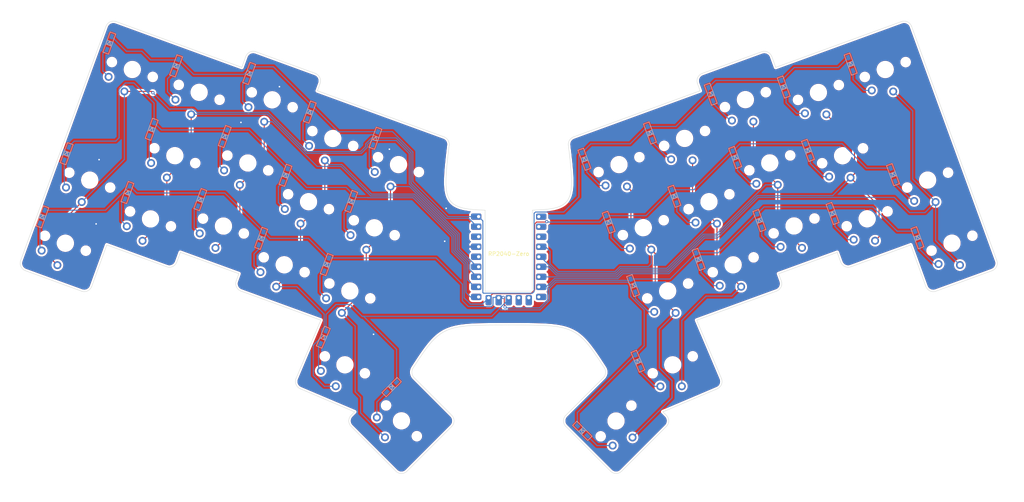
<source format=kicad_pcb>
(kicad_pcb (version 20211014) (generator pcbnew)
  (layers (0 "F.Cu" signal) (31 "B.Cu" signal) (34 "B.Paste" user) (35 "F.Paste" user) (36 "B.SilkS" user "B.Silkscreen") (37 "F.SilkS" user "F.Silkscreen") (38 "B.Mask" user) (39 "F.Mask" user) (44 "Edge.Cuts" user))
  (net 0 "")
  (net 1 "row0")
  (net 2 "Net-(D1-Pad2)")
  (net 3 "Net-(D2-Pad2)")
  (net 4 "Net-(D3-Pad2)")
  (net 5 "Net-(D4-Pad2)")
  (net 6 "Net-(D5-Pad2)")
  (net 7 "Net-(D6-Pad2)")
  (net 8 "Net-(D7-Pad2)")
  (net 9 "Net-(D8-Pad2)")
  (net 10 "Net-(D9-Pad2)")
  (net 11 "Net-(D10-Pad2)")
  (net 12 "row1")
  (net 13 "Net-(D11-Pad2)")
  (net 14 "Net-(D12-Pad2)")
  (net 15 "Net-(D13-Pad2)")
  (net 16 "Net-(D14-Pad2)")
  (net 17 "Net-(D15-Pad2)")
  (net 18 "Net-(D16-Pad2)")
  (net 19 "Net-(D17-Pad2)")
  (net 20 "Net-(D18-Pad2)")
  (net 21 "Net-(D19-Pad2)")
  (net 22 "Net-(D20-Pad2)")
  (net 23 "row2")
  (net 24 "Net-(D21-Pad2)")
  (net 25 "Net-(D22-Pad2)")
  (net 26 "Net-(D23-Pad2)")
  (net 27 "Net-(D24-Pad2)")
  (net 28 "Net-(D25-Pad2)")
  (net 29 "Net-(D26-Pad2)")
  (net 30 "Net-(D27-Pad2)")
  (net 31 "Net-(D28-Pad2)")
  (net 32 "Net-(D29-Pad2)")
  (net 33 "Net-(D30-Pad2)")
  (net 34 "row3")
  (net 35 "Net-(D31-Pad2)")
  (net 36 "Net-(D32-Pad2)")
  (net 37 "Net-(D33-Pad2)")
  (net 38 "Net-(D34-Pad2)")
  (net 39 "col0")
  (net 40 "col1")
  (net 41 "col2")
  (net 42 "col3")
  (net 43 "col4")
  (net 44 "col5")
  (net 45 "col6")
  (net 46 "col7")
  (net 47 "col8")
  (net 48 "col9")
  (net 49 "VCC")
  (net 50 "GND")
  (footprint "gu36:SW_Choc" (layer "F.Cu") (at 208.34 53.54 20)
    (fp_text reference "SW18" hide)
    (fp_text value "SW_PUSH")
  )
  (footprint "gu36:SW_Choc" (layer "F.Cu") (at 169.44 118.84 45)
    (fp_text reference "SW33" hide)
    (fp_text value "SW_PUSH")
  )
  (footprint "gu36:SW_Choc" (layer "F.Cu") (at 186.79 47.35 20)
    (fp_text reference "SW7" hide)
    (fp_text value "SW_PUSH")
  )
  (footprint "gu36:Diode_SMD" (layer "F.Cu") (at 76.61 30.91 -110)
    (fp_text reference "D3" hide)
    (fp_text value "D" hide)
  )
  (footprint "gu36:Diode_SMD" (layer "F.Cu") (at 245.69 72.49 -70)
    (fp_text reference "D30" hide)
    (fp_text value "D" hide)
  )
  (footprint "gu36:Diode_SMD" (layer "F.Cu") (at 112.67 110.28 -135)
    (fp_text reference "D32" hide)
    (fp_text value "D" hide)
  )
  (footprint "gu36:SW_Choc" (layer "F.Cu") (at 176.34 69.93 20)
    (fp_text reference "SW16" hide)
    (fp_text value "SW_PUSH")
  )
  (footprint "gu36:Diode_SMD" (layer "F.Cu") (at 41.23 23.23 -110)
    (fp_text reference "D1" hide)
    (fp_text value "D" hide)
  )
  (footprint "gu36:SW_Choc" (layer "F.Cu") (at 226.76 51.74 20)
    (fp_text reference "SW19" hide)
    (fp_text value "SW_PUSH")
  )
  (footprint "gu36:Diode_SMD" (layer "F.Cu") (at 167.57 68.56 -70)
    (fp_text reference "D16" hide)
    (fp_text value "D" hide)
  )
  (footprint "gu36:SW_Choc" (layer "F.Cu") (at 100.84 104.63 -23)
    (fp_text reference "SW31" hide)
    (fp_text value "SW_PUSH")
  )
  (footprint "gu36:SW_Choc" (layer "F.Cu") (at 63.97 35.69 -20)
    (fp_text reference "SW2" hide)
    (fp_text value "SW_PUSH")
  )
  (footprint "gu36:Diode_SMD" (layer "F.Cu") (at 45.81 61.04 -110)
    (fp_text reference "D22" hide)
    (fp_text value "D" hide)
  )
  (footprint "gu36:SW_Choc" (layer "F.Cu") (at 47.06 29.91 -20)
    (fp_text reference "SW1" hide)
    (fp_text value "SW_PUSH")
  )
  (footprint "gu36:Diode_SMD" (layer "F.Cu") (at 160.91 121.33 -45)
    (fp_text reference "D33" hide)
    (fp_text value "D" hide)
  )
  (footprint "gu36:SW_Choc" (layer "F.Cu") (at 114.4 53.98 -20)
    (fp_text reference "SW5" hide)
    (fp_text value "SW_PUSH")
  )
  (footprint "gu36:Diode_SMD" (layer "F.Cu") (at 64.26 62.83 -110)
    (fp_text reference "D23" hide)
    (fp_text value "D" hide)
  )
  (footprint "gu36:Diode_SMD" (layer "F.Cu") (at 96.24 79.26 -110)
    (fp_text reference "D25" hide)
    (fp_text value "D" hide)
  )
  (footprint "gu36:SW_Choc" (layer "F.Cu") (at 214.481691 69.491111 20)
    (fp_text reference "SW28" hide)
    (fp_text value "SW_PUSH")
  )
  (footprint "gu36:SW_Choc" (layer "F.Cu") (at 199.08 79.33 20)
    (fp_text reference "SW27" hide)
    (fp_text value "SW_PUSH")
  )
  (footprint "gu36:Diode_SMD" (layer "F.Cu") (at 51.96 45.04 -110)
    (fp_text reference "D12" hide)
    (fp_text value "D" hide)
  )
  (footprint "gu36:SW_Choc" (layer "F.Cu") (at 30.12 73.87 -20)
    (fp_text reference "SW21" hide)
    (fp_text value "SW_PUSH")
  )
  (footprint "gu36:Diode_SMD" (layer "F.Cu") (at 218 50.38 -70)
    (fp_text reference "D19" hide)
    (fp_text value "D" hide)
  )
  (footprint "gu36:Diode_SMD" (layer "F.Cu") (at 174.97 103.73 -67)
    (fp_text reference "D34" hide)
    (fp_text value "D" hide)
  )
  (footprint "gu36:SW_Choc" (layer "F.Cu") (at 102.09 85.94 -20)
    (fp_text reference "SW25" hide)
    (fp_text value "SW_PUSH")
  )
  (footprint "gu36:Diode_SMD" (layer "F.Cu") (at 24.29 67.19 -110)
    (fp_text reference "D21" hide)
    (fp_text value "D" hide)
  )
  (footprint "gu36:Diode_SMD" (layer "F.Cu") (at 239.51 56.53 -70)
    (fp_text reference "D20" hide)
    (fp_text value "D" hide)
  )
  (footprint "gu36:Diode_SMD" (layer "F.Cu") (at 85.8 56.68 -110)
    (fp_text reference "D14" hide)
    (fp_text value "D" hide)
  )
  (footprint "gu36:Diode_SMD" (layer "F.Cu") (at 190.33 77.96 -70)
    (fp_text reference "D27" hide)
    (fp_text value "D" hide)
  )
  (footprint "gu36:Diode_SMD" (layer "F.Cu") (at 79.65 72.64 -110)
    (fp_text reference "D24" hide)
    (fp_text value "D" hide)
  )
  (footprint "gu36:Diode_SMD" (layer "F.Cu") (at 108.56 47.31 -110)
    (fp_text reference "D5" hide)
    (fp_text value "D" hide)
  )
  (footprint "gu36:Diode_SMD" (layer "F.Cu") (at 205.71 68.13 -70)
    (fp_text reference "D28" hide)
    (fp_text value "D" hide)
  )
  (footprint "gu36:SW_Choc" (layer "F.Cu") (at 115.15 118.8 -45)
    (fp_text reference "SW32" hide)
    (fp_text value "SW_PUSH")
  )
  (footprint "gu36:SW_Choc" (layer "F.Cu") (at 36.28 57.9 -20)
    (fp_text reference "SW11" hide)
    (fp_text value "SW_PUSH")
  )
  (footprint "gu36:Diode_SMD" (layer "F.Cu") (at 58.13 29 -110)
    (fp_text reference "De" hide)
    (fp_text value "D" hide)
  )
  (footprint "gu36:Diode_SMD" (layer "F.Cu") (at 161.43 52.63 -70)
    (fp_text reference "D6" hide)
    (fp_text value "D" hide)
  )
  (footprint "gu36:Diode_SMD" (layer "F.Cu") (at 30.45 51.21 -110)
    (fp_text reference "D11" hide)
    (fp_text value "D" hide)
  )
  (footprint "gu36:SW_Choc" (layer "F.Cu") (at 91.64 63.36 -20)
    (fp_text reference "SW14" hide)
    (fp_text value "SW_PUSH")
  )
  (footprint "gu36:SW_Choc" (layer "F.Cu") (at 82.45 37.58 -20)
    (fp_text reference "SW3" hide)
    (fp_text value "SW_PUSH")
  )
  (footprint "gu36:Diode_SMD" (layer "F.Cu") (at 173.75 84.59 -70)
    (fp_text reference "D26" hide)
    (fp_text value "D" hide)
  )
  (footprint "gu36:SW_Choc" (layer "F.Cu") (at 57.811328 51.714755 -20)
    (fp_text reference "SW12" hide)
    (fp_text value "SW_PUSH")
  )
  (footprint "gu36:Diode_SMD" (layer "F.Cu") (at 70.44 46.87 -110)
    (fp_text reference "D13" hide)
    (fp_text value "D" hide)
  )
  (footprint "gu36:Diode_SMD" (layer "F.Cu") (at 193.4 36.16 -70)
    (fp_text reference "D8" hide)
    (fp_text value "D" hide)
  )
  (footprint "gu36:SW_Choc" (layer "F.Cu") (at 220.64 35.73 20)
    (fp_text reference "SW9" hide)
    (fp_text value "SW_PUSH")
  )
  (footprint "gu36:SW_Choc" (layer "F.Cu") (at 248.28 57.89 20)
    (fp_text reference "SW20" hide)
    (fp_text value "SW_PUSH")
  )
  (footprint "gu36:SW_Choc" (layer "F.Cu") (at 108.27 69.96 -20)
    (fp_text reference "SW15" hide)
    (fp_text value "SW_PUSH")
  )
  (footprint "gu36:Diode_SMD" (layer "F.Cu") (at 184.2 61.99 -70)
    (fp_text reference "D17" hide)
    (fp_text value "D" hide)
  )
  (footprint "gu36:RP2040-Zero" (layer "F.Cu") (at 132.125 89.995)
    (fp_text reference "RZ1")
    (fp_text value "RP2040-Zero")
  )
  (footprint "gu36:SW_Choc" (layer "F.Cu") (at 183.78 104.63 23)
    (fp_text reference "SW34" hide)
    (fp_text value "SW_PUSH")
  )
  (footprint "gu36:SW_Choc" (layer "F.Cu") (at 51.66 67.71 -20)
    (fp_text reference "SW22" hide)
    (fp_text value "SW_PUSH")
  )
  (footprint "gu36:SW_Choc" (layer "F.Cu") (at 202.17 37.54 20)
    (fp_text reference "SW8" hide)
    (fp_text value "SW_PUSH")
  )
  (footprint "gu36:SW_Choc" (layer "F.Cu") (at 97.781328 47.374755 -20)
    (fp_text reference "SW4" hide)
    (fp_text value "SW_PUSH")
  )
  (footprint "gu36:Diode_SMD" (layer "F.Cu") (at 211.86 34.35 -70)
    (fp_text reference "D9" hide)
    (fp_text value "D" hide)
  )
  (footprint "gu36:Diode_SMD" (layer "F.Cu") (at 91.94 40.69 -110)
    (fp_text reference "D4" hide)
    (fp_text value "D" hide)
  )
  (footprint "gu36:SW_Choc" (layer "F.Cu") (at 254.44 73.85 20)
    (fp_text reference "SW30" hide)
    (fp_text value "SW_PUSH")
  )
  (footprint "gu36:Diode_SMD" (layer "F.Cu") (at 178.02 45.99 -70)
    (fp_text reference "D7" hide)
    (fp_text value "D" hide)
  )
  (footprint "gu36:SW_Choc" (layer "F.Cu") (at 76.281328 53.564755 -20)
    (fp_text reference "SW13" hide)
    (fp_text value "SW_PUSH")
  )
  (footprint "gu36:SW_Choc" (layer "F.Cu") (at 85.48 79.32 -20)
    (fp_text reference "SW24" hide)
    (fp_text value "SW_PUSH")
  )
  (footprint "gu36:Diode_SMD" (layer "F.Cu") (at 224.22 66.34 -70)
    (fp_text reference "D29" hide)
    (fp_text value "D" hide)
  )
  (footprint "gu36:Diode_SMD" (layer "F.Cu") (at 199.58 52.18 -70)
    (fp_text reference "D18" hide)
    (fp_text value "D" hide)
  )
  (footprint "gu36:SW_Choc" (layer "F.Cu") (at 237.55 29.92 20)
    (fp_text reference "SW10" hide)
    (fp_text value "SW_PUSH")
  )
  (footprint "gu36:Diode_SMD" (layer "F.Cu") (at 95.37 97.65 -113)
    (fp_text reference "D31" hide)
    (fp_text value "D" hide)
  )
  (footprint "gu36:Diode_SMD" (layer "F.Cu") (at 228.8 28.55 -70)
    (fp_text reference "D10" hide)
    (fp_text value "D" hide)
  )
  (footprint "gu36:SW_Choc" (layer "F.Cu") (at 192.96 63.36 20)
    (fp_text reference "SW17" hide)
    (fp_text value "SW_PUSH")
  )
  (footprint "gu36:SW_Choc" (layer "F.Cu") (at 70.11 69.52 -20)
    (fp_text reference "SW23" hide)
    (fp_text value "SW_PUSH")
  )
  (footprint "gu36:SW_Choc" (layer "F.Cu") (at 182.51 85.95 20)
    (fp_text reference "SW26" hide)
    (fp_text value "SW_PUSH")
  )
  (footprint "gu36:Diode_SMD" (layer "F.Cu") (at 102.44 63.29 -110)
    (fp_text reference "D15" hide)
    (fp_text value "D" hide)
  )
  (footprint "gu36:SW_Choc" (layer "F.Cu") (at 232.97 67.69 20)
    (fp_text reference "SW29" hide)
    (fp_text value "SW_PUSH")
  )
  (footprint "gu36:SW_Choc" (layer "F.Cu") (at 170.19 53.98 20)
    (fp_text reference "SW6" hide)
    (fp_text value "SW_PUSH")
  )
  (gr_line (start 210.582773 81.577077) (end 211.252397 83.416855) (layer "Edge.Cuts") (width 0.1))
  (gr_arc (start 89.554561 110.697548) (mid 88.481656 109.605751) (end 88.495014 108.075076) (layer "Edge.Cuts") (width 0.1))
  (gr_line (start 95.346573 113.156111) (end 103.289125 116.527525) (layer "Edge.Cuts") (width 0.1))
  (gr_arc (start 75.759393 26.624187) (mid 76.793542 25.495612) (end 78.322819 25.428843) (layer "Edge.Cuts") (width 0.1))
  (gr_arc (start 40.391368 18.989196) (mid 41.425517 17.860621) (end 42.954794 17.793851) (layer "Edge.Cuts") (width 0.1))
  (gr_curve (pts (xy 166.485012 105.404977) (xy 159.448642 94.544445) (xy 158.81233 94.544445) (xy 142.30106 94.544445)) (layer "Edge.Cuts") (width 0.1))
  (gr_line (start 241.647326 17.793851) (end 209.84212 29.37) (layer "Edge.Cuts") (width 0.1))
  (gr_line (start 148.30106 86.044445) (end 142.30106 86.044445) (layer "Edge.Cuts") (width 0.1))
  (gr_line (start 36.782901 84.795311) (end 40.599548 74.309162) (layer "Edge.Cuts") (width 0.1))
  (gr_line (start 78.322819 25.428843) (end 93.357901 30.901165) (layer "Edge.Cuts") (width 0.1))
  (gr_line (start 244.002572 74.309162) (end 228.850905 79.823917) (layer "Edge.Cuts") (width 0.1))
  (gr_curve (pts (xy 127.212923 49.078253) (xy 125.517146 63.260598) (xy 125.6502 65.227677) (xy 136.30106 65.50051)) (layer "Edge.Cuts") (width 0.1))
  (gr_arc (start 211.252397 83.416855) (mid 211.185657 84.946153) (end 210.057053 85.98028) (layer "Edge.Cuts") (width 0.1))
  (gr_line (start 136.30106 65.544445) (end 136.30106 65.50051) (layer "Edge.Cuts") (width 0.1))
  (gr_arc (start 170.870642 131.541016) (mid 169.456429 132.126802) (end 168.042215 131.541016) (layer "Edge.Cuts") (width 0.1))
  (gr_arc (start 116.559905 131.541016) (mid 115.145691 132.126802) (end 113.731478 131.541016) (layer "Edge.Cuts") (width 0.1))
  (gr_line (start 195.047559 110.697548) (end 189.255547 113.156111) (layer "Edge.Cuts") (width 0.1))
  (gr_line (start 74.019347 81.577077) (end 73.349723 83.416855) (layer "Edge.Cuts") (width 0.1))
  (gr_line (start 148.30106 65.544445) (end 148.30106 86.044445) (layer "Edge.Cuts") (width 0.1))
  (gr_line (start 89.554561 110.697548) (end 95.346573 113.156111) (layer "Edge.Cuts") (width 0.1))
  (gr_line (start 40.391368 18.989196) (end 18.81958 78.257197) (layer "Edge.Cuts") (width 0.1))
  (gr_line (start 94.553246 33.46459) (end 93.883621 35.304368) (layer "Edge.Cuts") (width 0.1))
  (gr_line (start 189.85029 93.33494) (end 196.107106 108.075076) (layer "Edge.Cuts") (width 0.1))
  (gr_arc (start 118.381403 107.90667) (mid 117.806685 106.70258) (end 118.117108 105.404977) (layer "Edge.Cuts") (width 0.1))
  (gr_arc (start 250.382644 85.990656) (mid 248.853339 85.923911) (end 247.819219 84.795311) (layer "Edge.Cuts") (width 0.1))
  (gr_line (start 264.587195 80.820622) (end 250.382644 85.990656) (layer "Edge.Cuts") (width 0.1))
  (gr_line (start 93.883621 35.304368) (end 125.911108 46.96142) (layer "Edge.Cuts") (width 0.1))
  (gr_line (start 206.279301 25.428843) (end 191.244219 30.901165) (layer "Edge.Cuts") (width 0.1))
  (gr_line (start 136.30106 86.044445) (end 142.30106 86.044445) (layer "Edge.Cuts") (width 0.1))
  (gr_line (start 103.289125 116.527525) (end 102.417769 117.39888) (layer "Edge.Cuts") (width 0.1))
  (gr_line (start 20.014925 80.820622) (end 34.219476 85.990656) (layer "Edge.Cuts") (width 0.1))
  (gr_arc (start 190.048874 33.46459) (mid 190.115641 31.93531) (end 191.244219 30.901165) (layer "Edge.Cuts") (width 0.1))
  (gr_line (start 182.184351 120.227307) (end 170.870642 131.541016) (layer "Edge.Cuts") (width 0.1))
  (gr_line (start 156.728507 117.39888) (end 166.220717 107.90667) (layer "Edge.Cuts") (width 0.1))
  (gr_line (start 94.75183 93.33494) (end 88.495014 108.075076) (layer "Edge.Cuts") (width 0.1))
  (gr_line (start 168.042215 131.541016) (end 156.728507 120.227307) (layer "Edge.Cuts") (width 0.1))
  (gr_line (start 210.057053 85.98028) (end 189.85029 93.33494) (layer "Edge.Cuts") (width 0.1))
  (gr_line (start 148.30106 65.544445) (end 148.30106 65.50051) (layer "Edge.Cuts") (width 0.1))
  (gr_line (start 189.255547 113.156111) (end 181.312995 116.527525) (layer "Edge.Cuts") (width 0.1))
  (gr_arc (start 93.357901 30.901165) (mid 94.486476 31.935314) (end 94.553246 33.46459) (layer "Edge.Cuts") (width 0.1))
  (gr_arc (start 182.184351 117.39888) (mid 182.770139 118.813094) (end 182.184351 120.227307) (layer "Edge.Cuts") (width 0.1))
  (gr_line (start 181.312995 116.527525) (end 182.184351 117.39888) (layer "Edge.Cuts") (width 0.1))
  (gr_line (start 190.048874 33.46459) (end 190.718499 35.304368) (layer "Edge.Cuts") (width 0.1))
  (gr_arc (start 20.014925 80.820622) (mid 18.88635 79.786474) (end 18.81958 78.257197) (layer "Edge.Cuts") (width 0.1))
  (gr_line (start 42.954794 17.793851) (end 74.76 29.37) (layer "Edge.Cuts") (width 0.1))
  (gr_line (start 247.819219 84.795311) (end 244.002572 74.309162) (layer "Edge.Cuts") (width 0.1))
  (gr_line (start 209.84212 29.37) (end 208.842727 26.624187) (layer "Edge.Cuts") (width 0.1))
  (gr_line (start 226.28748 78.628572) (end 225.398009 76.184772) (layer "Edge.Cuts") (width 0.1))
  (gr_line (start 116.559905 131.541016) (end 127.873613 120.227307) (layer "Edge.Cuts") (width 0.1))
  (gr_line (start 59.204111 76.184772) (end 74.019347 81.577077) (layer "Edge.Cuts") (width 0.1))
  (gr_arc (start 206.279301 25.428843) (mid 207.80859 25.495602) (end 208.842727 26.624187) (layer "Edge.Cuts") (width 0.1))
  (gr_arc (start 241.647326 17.793851) (mid 243.1766 17.860625) (end 244.210752 18.989196) (layer "Edge.Cuts") (width 0.1))
  (gr_line (start 40.599548 74.309162) (end 55.751215 79.823917) (layer "Edge.Cuts") (width 0.1))
  (gr_line (start 225.398009 76.184772) (end 210.582773 81.577077) (layer "Edge.Cuts") (width 0.1))
  (gr_arc (start 36.782901 84.795311) (mid 35.748753 85.923886) (end 34.219476 85.990656) (layer "Edge.Cuts") (width 0.1))
  (gr_line (start 136.30106 65.544445) (end 136.30106 86.044445) (layer "Edge.Cuts") (width 0.1))
  (gr_curve (pts (xy 157.389197 49.078253) (xy 159.084974 63.260598) (xy 158.95192 65.227677) (xy 148.30106 65.50051)) (layer "Edge.Cuts") (width 0.1))
  (gr_line (start 244.210752 18.989196) (end 265.78254 78.257197) (layer "Edge.Cuts") (width 0.1))
  (gr_line (start 127.873613 117.39888) (end 118.381403 107.90667) (layer "Edge.Cuts") (width 0.1))
  (gr_arc (start 127.873613 117.39888) (mid 128.459401 118.813094) (end 127.873613 120.227307) (layer "Edge.Cuts") (width 0.1))
  (gr_arc (start 265.78254 78.257197) (mid 265.715775 79.786477) (end 264.587195 80.820622) (layer "Edge.Cuts") (width 0.1))
  (gr_arc (start 157.389197 49.078253) (mid 157.671447 47.793126) (end 158.691012 46.96142) (layer "Edge.Cuts") (width 0.1))
  (gr_line (start 74.76 29.37) (end 75.759393 26.624187) (layer "Edge.Cuts") (width 0.1))
  (gr_arc (start 196.107106 108.075076) (mid 196.120466 109.605758) (end 195.047559 110.697548) (layer "Edge.Cuts") (width 0.1))
  (gr_arc (start 156.728507 120.227307) (mid 156.142722 118.813094) (end 156.728507 117.39888) (layer "Edge.Cuts") (width 0.1))
  (gr_arc (start 166.485012 105.404977) (mid 166.795422 106.702577) (end 166.220717 107.90667) (layer "Edge.Cuts") (width 0.1))
  (gr_curve (pts (xy 118.117108 105.404977) (xy 125.153478 94.544445) (xy 125.78979 94.544445) (xy 142.30106 94.544445)) (layer "Edge.Cuts") (width 0.1))
  (gr_arc (start 102.417769 120.227307) (mid 101.831983 118.813094) (end 102.417769 117.39888) (layer "Edge.Cuts") (width 0.1))
  (gr_arc (start 58.31464 78.628572) (mid 57.280492 79.757148) (end 55.751215 79.823917) (layer "Edge.Cuts") (width 0.1))
  (gr_line (start 58.31464 78.628572) (end 59.204111 76.184772) (layer "Edge.Cuts") (width 0.1))
  (gr_arc (start 125.911108 46.96142) (mid 126.930691 47.793107) (end 127.212923 49.078253) (layer "Edge.Cuts") (width 0.1))
  (gr_line (start 190.718499 35.304368) (end 158.691012 46.96142) (layer "Edge.Cuts") (width 0.1))
  (gr_line (start 102.417769 120.227307) (end 113.731478 131.541016) (layer "Edge.Cuts") (width 0.1))
  (gr_arc (start 228.850905 79.823917) (mid 227.321627 79.75715) (end 226.28748 78.628572) (layer "Edge.Cuts") (width 0.1))
  (gr_line (start 74.545067 85.98028) (end 94.75183 93.33494) (layer "Edge.Cuts") (width 0.1))
  (gr_arc (start 74.545067 85.98028) (mid 73.416492 84.946131) (end 73.349723 83.416855) (layer "Edge.Cuts") (width 0.1))
  (segment (start 184.597954 44.322046) (end 192.792914 36.127086) (width 0.25) (layer "B.Cu") (net 1))
  (segment (start 160.822914 50.962046) (end 163.07496 48.71) (width 0.25) (layer "B.Cu") (net 1))
  (segment (start 192.792914 34.492046) (end 194.602914 32.682046) (width 0.25) (layer "B.Cu") (net 1))
  (segment (start 112.872046 45.642046) (end 109.167086 45.642046) (width 0.25) (layer "B.Cu") (net 1))
  (segment (start 49.49 25.3) (end 51.68 27.49) (width 0.25) (layer "B.Cu") (net 1))
  (segment (start 211.252914 32.682046) (end 214.51496 29.42) (width 0.25) (layer "B.Cu") (net 1))
  (segment (start 160.05 62.14) (end 160.05 51.73496) (width 0.25) (layer "B.Cu") (net 1))
  (segment (start 194.602914 32.682046) (end 211.252914 32.682046) (width 0.25) (layer "B.Cu") (net 1))
  (segment (start 82.767086 29.242046) (end 92.547086 39.022046) (width 0.25) (layer "B.Cu") (net 1))
  (segment (start 214.51496 29.42) (end 225.65496 29.42) (width 0.25) (layer "B.Cu") (net 1))
  (segment (start 58.737086 27.332046) (end 62.55504 31.15) (width 0.25) (layer "B.Cu") (net 1))
  (segment (start 177.412914 44.322046) (end 184.597954 44.322046) (width 0.25) (layer "B.Cu") (net 1))
  (segment (start 99.167086 45.642046) (end 109.167086 45.642046) (width 0.25) (layer "B.Cu") (net 1))
  (segment (start 163.07496 48.71) (end 173.02496 48.71) (width 0.25) (layer "B.Cu") (net 1))
  (segment (start 135.74 68.21) (end 135.74 86.36) (width 0.25) (layer "B.Cu") (net 1))
  (segment (start 160.05 51.73496) (end 160.822914 50.962046) (width 0.25) (layer "B.Cu") (net 1))
  (segment (start 92.547086 39.022046) (end 99.167086 45.642046) (width 0.25) (layer "B.Cu") (net 1))
  (segment (start 118.03 58.26) (end 118.03 50.8) (width 0.25) (layer "B.Cu") (net 1))
  (segment (start 192.792914 36.127086) (end 192.792914 34.492046) (width 0.25) (layer "B.Cu") (net 1))
  (segment (start 51.68 27.49) (end 58.17 27.49) (width 0.25) (layer "B.Cu") (net 1))
  (segment (start 41.837086 21.562046) (end 45.57504 25.3) (width 0.25) (layer "B.Cu") (net 1))
  (segment (start 148.72 66.3) (end 149.04 65.98) (width 0.25) (layer "B.Cu") (net 1))
  (segment (start 135.74 86.36) (end 135.9 86.52) (width 0.25) (layer "B.Cu") (net 1))
  (segment (start 77.217086 29.242046) (end 82.767086 29.242046) (width 0.25) (layer "B.Cu") (net 1))
  (segment (start 149.04 65.98) (end 156.21 65.98) (width 0.25) (layer "B.Cu") (net 1))
  (segment (start 126.905 67.135) (end 118.03 58.26) (width 0.25) (layer "B.Cu") (net 1))
  (segment (start 45.57504 25.3) (end 49.49 25.3) (width 0.25) (layer "B.Cu") (net 1))
  (segment (start 118.03 50.8) (end 112.872046 45.642046) (width 0.25) (layer "B.Cu") (net 1))
  (segment (start 62.55504 31.15) (end 75.309132 31.15) (width 0.25) (layer "B.Cu") (net 1))
  (segment (start 148.31 86.52) (end 148.72 86.11) (width 0.25) (layer "B.Cu") (net 1))
  (segment (start 134.665 67.135) (end 135.74 68.21) (width 0.25) (layer "B.Cu") (net 1))
  (segment (start 134.665 67.135) (end 126.905 67.135) (width 0.25) (layer "B.Cu") (net 1))
  (segment (start 75.309132 31.15) (end 77.217086 29.242046) (width 0.25) (layer "B.Cu") (net 1))
  (segment (start 148.72 86.11) (end 148.72 66.3) (width 0.25) (layer "B.Cu") (net 1))
  (segment (start 225.65496 29.42) (end 228.192914 26.882046) (width 0.25) (layer "B.Cu") (net 1))
  (segment (start 135.9 86.52) (end 148.31 86.52) (width 0.25) (layer "B.Cu") (net 1))
  (segment (start 156.21 65.98) (end 160.05 62.14) (width 0.25) (layer "B.Cu") (net 1))
  (segment (start 173.02496 48.71) (end 177.412914 44.322046) (width 0.25) (layer "B.Cu") (net 1))
  (segment (start 39.6 25.920868) (end 39.6 30.308871) (width 0.25) (layer "B.Cu") (net 2))
  (segment (start 40.622914 24.897954) (end 39.6 25.920868) (width 0.25) (layer "B.Cu") (net 2))
  (segment (start 39.6 30.308871) (end 41.06186 31.770731) (width 0.25) (layer "B.Cu") (net 2))
  (segment (start 57.522914 30.667954) (end 55.96 32.230868) (width 0.25) (layer "B.Cu") (net 3))
  (segment (start 55.96 35.538871) (end 57.97186 37.550731) (width 0.25) (layer "B.Cu") (net 3))
  (segment (start 55.96 32.230868) (end 55.96 35.538871) (width 0.25) (layer "B.Cu") (net 3))
  (segment (start 74.99 37.978871) (end 76.45186 39.440731) (width 0.25) (layer "B.Cu") (net 4))
  (segment (start 74.99 33.590868) (end 74.99 37.978871) (width 0.25) (layer "B.Cu") (net 4))
  (segment (start 76.002914 32.577954) (end 74.99 33.590868) (width 0.25) (layer "B.Cu") (net 4))
  (segment (start 90.25 43.440868) (end 90.25 47.702298) (width 0.25) (layer "B.Cu") (net 5))
  (segment (start 90.25 47.702298) (end 91.783188 49.235486) (width 0.25) (layer "B.Cu") (net 5))
  (segment (start 91.332914 42.357954) (end 90.25 43.440868) (width 0.25) (layer "B.Cu") (net 5))
  (segment (start 107.01 49.920868) (end 107.01 54.448871) (width 0.25) (layer "B.Cu") (net 6))
  (segment (start 107.01 54.448871) (end 108.40186 55.840731) (width 0.25) (layer "B.Cu") (net 6))
  (segment (start 107.952914 48.977954) (end 107.01 49.920868) (width 0.25) (layer "B.Cu") (net 6))
  (segment (start 166.791213 59.260933) (end 165.377 59.260933) (width 0.25) (layer "B.Cu") (net 7))
  (segment (start 165.377 59.260933) (end 162.037086 55.921019) (width 0.25) (layer "B.Cu") (net 7))
  (segment (start 162.037086 55.921019) (end 162.037086 54.297954) (width 0.25) (layer "B.Cu") (net 7))
  (segment (start 178.627086 48.34967) (end 182.908349 52.630933) (width 0.25) (layer "B.Cu") (net 8))
  (segment (start 182.908349 52.630933) (end 183.391213 52.630933) (width 0.25) (layer "B.Cu") (net 8))
  (segment (start 178.627086 47.657954) (end 178.627086 48.34967) (width 0.25) (layer "B.Cu") (net 8))
  (segment (start 194.007086 38.51967) (end 198.308349 42.820933) (width 0.25) (layer "B.Cu") (net 9))
  (segment (start 194.007086 37.827954) (end 194.007086 38.51967) (width 0.25) (layer "B.Cu") (net 9))
  (segment (start 198.308349 42.820933) (end 198.771213 42.820933) (width 0.25) (layer "B.Cu") (net 9))
  (segment (start 212.467086 38.317086) (end 215.160933 41.010933) (width 0.25) (layer "B.Cu") (net 10))
  (segment (start 212.467086 36.017954) (end 212.467086 38.317086) (width 0.25) (layer "B.Cu") (net 10))
  (segment (start 215.160933 41.010933) (end 217.241213 41.010933) (width 0.25) (layer "B.Cu") (net 10))
  (segment (start 229.407086 30.217954) (end 229.407086 32.467086) (width 0.25) (layer "B.Cu") (net 11))
  (segment (start 232.140933 35.200933) (end 234.151213 35.200933) (width 0.25) (layer "B.Cu") (net 11))
  (segment (start 229.407086 32.467086) (end 232.140933 35.200933) (width 0.25) (layer "B.Cu") (net 11))
  (segment (start 151.782037 68.52) (end 149.334695 68.52) (width 0.25) (layer "F.Cu") (net 12))
  (segment (start 148.86 68.994695) (end 148.86 85.662282) (width 0.25) (layer "F.Cu") (net 12))
  (segment (start 151.897037 68.405) (end 151.782037 68.52) (width 0.25) (layer "F.Cu") (net 12))
  (segment (start 148.86 85.662282) (end 147.882282 86.64) (width 0.25) (layer "F.Cu") (net 12))
  (segment (start 138.23 86.64) (end 137.205 87.665) (width 0.25) (layer "F.Cu") (net 12))
  (segment (start 147.882282 86.64) (end 138.23 86.64) (width 0.25) (layer "F.Cu") (net 12))
  (segment (start 149.334695 68.52) (end 148.86 68.994695) (width 0.25) (layer "F.Cu") (net 12))
  (via (at 151.897037 68.405) (size 0.8) (drill 0.4) (layers "F.Cu" "B.Cu") (net 12))
  (segment (start 127.95 72.22198) (end 118.07802 62.35) (width 0.25) (layer "B.Cu") (net 12))
  (segment (start 86.407086 55.012046) (end 91.15504 59.76) (width 0.25) (layer "B.Cu") (net 12))
  (segment (start 32.36 48.04) (end 42.85 48.04) (width 0.25) (layer "B.Cu") (net 12))
  (segment (start 47.46 33.32) (end 52.567086 38.427086) (width 0.25) (layer "B.Cu") (net 12))
  (segment (start 31.057086 49.342914) (end 32.36 48.04) (width 0.25) (layer "B.Cu") (net 12))
  (segment (start 54.397086 45.202046) (end 71.047086 45.202046) (width 0.25) (layer "B.Cu") (net 12))
  (segment (start 91.15504 59.76) (end 101.17 59.76) (width 0.25) (layer "B.Cu") (net 12))
  (segment (start 103.032046 61.622046) (end 103.047086 61.622046) (width 0.25) (layer "B.Cu") (net 12))
  (segment (start 71.047086 45.202046) (end 76.597086 45.202046) (width 0.25) (layer "B.Cu") (net 12))
  (segment (start 232.816541 54.862046) (end 226.666541 48.712046) (width 0.25) (layer "B.Cu") (net 12))
  (segment (start 177.022914 66.892046) (end 166.962914 66.892046) (width 0.25) (layer "B.Cu") (net 12))
  (segment (start 43.717081 47.172919) (end 43.717081 34.905353) (width 0.25) (layer "B.Cu") (net 12))
  (segment (start 238.902914 54.862046) (end 232.816541 54.862046) (width 0.25) (layer "B.Cu") (net 12))
  (segment (start 45.302434 33.32) (end 47.46 33.32) (width 0.25) (layer "B.Cu") (net 12))
  (segment (start 165.33496 68.52) (end 166.962914 66.892046) (width 0.25) (layer "B.Cu") (net 12))
  (segment (start 226.666541 48.712046) (end 217.392914 48.712046) (width 0.25) (layer "B.Cu") (net 12))
  (segment (start 52.567086 43.372046) (end 54.397086 45.202046) (width 0.25) (layer "B.Cu") (net 12))
  (segment (start 132.63 89.28) (end 131.02 87.67) (width 0.25) (layer "B.Cu") (net 12))
  (segment (start 101.17 59.76) (end 103.032046 61.622046) (width 0.25) (layer "B.Cu") (net 12))
  (segment (start 137.205 87.665) (end 135.59 89.28) (width 0.25) (layer "B.Cu") (net 12))
  (segment (start 103.74504 62.32) (end 103.047086 61.622046) (width 0.25) (layer "B.Cu") (net 12))
  (segment (start 183.592914 60.322046) (end 177.022914 66.892046) (width 0.25) (layer "B.Cu") (net 12))
  (segment (start 217.392914 48.712046) (end 200.772914 48.712046) (width 0.25) (layer "B.Cu") (net 12))
  (segment (start 127.95 76.05096) (end 127.95 72.22198) (width 0.25) (layer "B.Cu") (net 12))
  (segment (start 43.717081 34.905353) (end 45.302434 33.32) (width 0.25) (layer "B.Cu") (net 12))
  (segment (start 106.64 62.35) (end 106.61 62.32) (width 0.25) (layer "B.Cu") (net 12))
  (segment (start 198.972914 50.512046) (end 189.162914 60.322046) (width 0.25) (layer "B.Cu") (net 12))
  (segment (start 42.85 48.04) (end 43.717081 47.172919) (width 0.25) (layer "B.Cu") (net 12))
  (segment (start 118.07802 62.35) (end 106.64 62.35) (width 0.25) (layer "B.Cu") (net 12))
  (segment (start 151.897037 68.405) (end 152.012037 68.52) (width 0.25) (layer "B.Cu") (net 12))
  (segment (start 200.772914 48.712046) (end 198.972914 50.512046) (width 0.25) (layer "B.Cu") (net 12))
  (segment (start 131.02 87.67) (end 131.02 79.12096) (width 0.25) (layer "B.Cu") (net 12))
  (segment (start 189.162914 60.322046) (end 183.592914 60.322046) (width 0.25) (layer "B.Cu") (net 12))
  (segment (start 52.567086 38.427086) (end 52.567086 43.372046) (width 0.25) (layer "B.Cu") (net 12))
  (segment (start 76.597086 45.202046) (end 86.407086 55.012046) (width 0.25) (layer "B.Cu") (net 12))
  (segment (start 31.057086 49.542046) (end 31.057086 49.342914) (width 0.25) (layer "B.Cu") (net 12))
  (segment (start 131.02 79.12096) (end 127.95 76.05096) (width 0.25) (layer "B.Cu") (net 12))
  (segment (start 106.61 62.32) (end 103.74504 62.32) (width 0.25) (layer "B.Cu") (net 12))
  (segment (start 135.59 89.28) (end 132.63 89.28) (width 0.25) (layer "B.Cu") (net 12))
  (segment (start 152.012037 68.52) (end 165.33496 68.52) (width 0.25) (layer "B.Cu") (net 12))
  (segment (start 29.842914 52.877954) (end 29.842914 59.321785) (width 0.25) (layer "B.Cu") (net 13))
  (segment (start 29.842914 59.321785) (end 30.28186 59.760731) (width 0.25) (layer "B.Cu") (net 13))
  (segment (start 51.352914 46.707954) (end 51.352914 53.115212) (width 0.25) (layer "B.Cu") (net 14))
  (segment (start 51.352914 53.115212) (end 51.813188 53.575486) (width 0.25) (layer "B.Cu") (net 14))
  (segment (start 69.27 54.412298) (end 70.283188 55.425486) (width 0.25) (layer "B.Cu") (net 15))
  (segment (start 69.832914 48.537954) (end 69.27 49.100868) (width 0.25) (layer "B.Cu") (net 15))
  (segment (start 69.27 49.100868) (end 69.27 54.412298) (width 0.25) (layer "B.Cu") (net 15))
  (segment (start 85.192914 58.347954) (end 84.02 59.520868) (width 0.25) (layer "B.Cu") (net 16))
  (segment (start 84.02 63.598871) (end 85.64186 65.220731) (width 0.25) (layer "B.Cu") (net 16))
  (segment (start 84.02 59.520868) (end 84.02 63.598871) (width 0.25) (layer "B.Cu") (net 16))
  (segment (start 101.832914 64.957954) (end 100.64 66.150868) (width 0.25) (layer "B.Cu") (net 17))
  (segment (start 100.64 70.188871) (end 102.27186 71.820731) (width 0.25) (layer "B.Cu") (net 17))
  (segment (start 100.64 66.150868) (end 100.64 70.188871) (width 0.25) (layer "B.Cu") (net 17))
  (segment (start 168.177086 72.487086) (end 170.900933 75.210933) (width 0.25) (layer "B.Cu") (net 18))
  (segment (start 170.900933 75.210933) (end 172.941213 75.210933) (width 0.25) (layer "B.Cu") (net 18))
  (segment (start 168.177086 70.227954) (end 168.177086 72.487086) (width 0.25) (layer "B.Cu") (net 18))
  (segment (start 184.807086 65.847086) (end 187.600933 68.640933) (width 0.25) (layer "B.Cu") (net 19))
  (segment (start 187.600933 68.640933) (end 189.561213 68.640933) (width 0.25) (layer "B.Cu") (net 19))
  (segment (start 184.807086 63.657954) (end 184.807086 65.847086) (width 0.25) (layer "B.Cu") (net 19))
  (segment (start 203.527 58.820933) (end 200.187086 55.481019) (width 0.25) (layer "B.Cu") (net 20))
  (segment (start 200.187086 55.481019) (end 200.187086 53.847954) (width 0.25) (layer "B.Cu") (net 20))
  (segment (start 204.941213 58.820933) (end 203.527 58.820933) (width 0.25) (layer "B.Cu") (net 20))
  (segment (start 223.361213 57.020933) (end 221.947 57.020933) (width 0.25) (layer "B.Cu") (net 21))
  (segment (start 221.947 57.020933) (end 218.597086 53.671019) (width 0.25) (layer "B.Cu") (net 21))
  (segment (start 218.597086 53.671019) (end 218.597086 52.037954) (width 0.25) (layer "B.Cu") (net 21))
  (segment (start 240.117086 58.187954) (end 240.117086 58.87967) (width 0.25) (layer "B.Cu") (net 22))
  (segment (start 240.117086 58.87967) (end 244.408349 63.170933) (width 0.25) (layer "B.Cu") (net 22))
  (segment (start 244.408349 63.170933) (end 244.881213 63.170933) (width 0.25) (layer "B.Cu") (net 22))
  (segment (start 141.355811 90.00778) (end 141.355811 89.652206) (width 0.25) (layer "F.Cu") (net 23))
  (segment (start 141.355811 89.652206) (end 141.1726 89.468995) (width 0.25) (layer "F.Cu") (net 23))
  (segment (start 141.1726 87.8545) (end 140.8981 87.58) (width 0.25) (layer "F.Cu") (net 23))
  (segment (start 141.1726 89.468995) (end 141.1726 87.8545) (width 0.25) (layer "F.Cu") (net 23))
  (via (at 141.355811 90.00778) (size 0.8) (drill 0.4) (layers "F.Cu" "B.Cu") (net 23))
  (via (at 140.8981 87.58) (size 0.8) (drill 0.4) (layers "F.Cu" "B.Cu") (net 23))
  (segment (start 154.031396 83.275) (end 172.78996 83.275) (width 0.25) (layer "B.Cu") (net 23))
  (segment (start 91.63 72.63) (end 96.592046 77.592046) (width 0.25) (layer "B.Cu") (net 23))
  (segment (start 189.722914 76.292046) (end 195.272914 76.292046) (width 0.25) (layer "B.Cu") (net 23))
  (segment (start 80.257086 70.972046) (end 81.91504 72.63) (width 0.25) (layer "B.Cu") (net 23))
  (segment (start 140.8981 87.58) (end 139.83 87.58) (width 0.25) (layer "B.Cu") (net 23))
  (segment (start 132.063604 89.89) (end 130.57 88.396396) (width 0.25) (layer "B.Cu") (net 23))
  (segment (start 240.572046 70.822046) (end 245.082914 70.822046) (width 0.25) (layer "B.Cu") (net 23))
  (segment (start 40.267086 65.522046) (end 46.417086 59.372046) (width 0.25) (layer "B.Cu") (net 23))
  (segment (start 138.3174 89.468995) (end 137.896395 89.89) (width 0.25) (layer "B.Cu") (net 23))
  (segment (start 150.065376 90.22) (end 152.13 88.155376) (width 0.25) (layer "B.Cu") (net 23))
  (segment (start 81.91504 72.63) (end 91.63 72.63) (width 0.25) (layer "B.Cu") (net 23))
  (segment (start 152.13 88.155376) (end 152.13 85.176396) (width 0.25) (layer "B.Cu") (net 23))
  (segment (start 183.092914 82.922046) (end 189.722914 76.292046) (width 0.25) (layer "B.Cu") (net 23))
  (segment (start 195.272914 76.292046) (end 205.102914 66.462046) (width 0.25) (layer "B.Cu") (net 23))
  (segment (start 141.568031 90.22) (end 150.065376 90.22) (width 0.25) (layer "B.Cu") (net 23))
  (segment (start 137.896395 89.89) (end 132.063604 89.89) (width 0.25) (layer "B.Cu") (net 23))
  (segment (start 139.83 87.58) (end 139.745 87.665) (width 0.25) (layer "B.Cu") (net 23))
  (segment (start 64.867086 61.162046) (end 70.447086 61.162046) (width 0.25) (layer "B.Cu") (net 23))
  (segment (start 205.102914 66.462046) (end 206.892914 64.672046) (width 0.25) (layer "B.Cu") (net 23))
  (segment (start 138.3174 87.58) (end 138.3174 89.468995) (width 0.25) (layer "B.Cu") (net 23))
  (segment (start 96.592046 77.592046) (end 96.847086 77.592046) (width 0.25) (layer "B.Cu") (net 23))
  (segment (start 206.892914 64.672046) (end 223.612914 64.672046) (width 0.25) (layer "B.Cu") (net 23))
  (segment (start 48.207086 61.162046) (end 64.867086 61.162046) (width 0.25) (layer "B.Cu") (net 23))
  (segment (start 46.417086 59.372046) (end 48.207086 61.162046) (width 0.25) (layer "B.Cu") (net 23))
  (segment (start 140.8981 87.58) (end 138.3174 87.58) (width 0.25) (layer "B.Cu") (net 23))
  (segment (start 70.447086 61.162046) (end 80.257086 70.972046) (width 0.25) (layer "B.Cu") (net 23))
  (segment (start 234.422046 64.672046) (end 240.572046 70.822046) (width 0.25) (layer "B.Cu") (net 23))
  (segment (start 173.142914 82.922046) (end 183.092914 82.922046) (width 0.25) (layer "B.Cu") (net 23))
  (segment (start 152.13 85.176396) (end 154.031396 83.275) (width 0.25) (layer "B.Cu") (net 23))
  (segment (start 130.57 84.24) (end 123.922046 77.592046) (width 0.25) (layer "B.Cu") (net 23))
  (segment (start 130.57 88.396396) (end 130.57 84.24) (width 0.25) (layer "B.Cu") (net 23))
  (segment (start 141.355811 90.00778) (end 141.568031 90.22) (width 0.25) (layer "B.Cu") (net 23))
  (segment (start 123.922046 77.592046) (end 96.847086 77.592046) (width 0.25) (layer "B.Cu") (net 23))
  (segment (start 172.78996 83.275) (end 173.142914 82.922046) (width 0.25) (layer "B.Cu") (net 23))
  (segment (start 223.612914 64.672046) (end 234.422046 64.672046) (width 0.25) (layer "B.Cu") (net 23))
  (segment (start 24.897086 65.522046) (end 40.267086 65.522046) (width 0.25) (layer "B.Cu") (net 23))
  (segment (start 23.682914 68.857954) (end 23.682914 75.271785) (width 0.25) (layer "B.Cu") (net 24))
  (segment (start 23.682914 75.271785) (end 24.13186 75.720731) (width 0.25) (layer "B.Cu") (net 24))
  (segment (start 45.202914 62.707954) (end 44.34 63.570868) (width 0.25) (layer "B.Cu") (net 25))
  (segment (start 44.34 68.248871) (end 45.66186 69.570731) (width 0.25) (layer "B.Cu") (net 25))
  (segment (start 44.34 63.570868) (end 44.34 68.248871) (width 0.25) (layer "B.Cu") (net 25))
  (segment (start 62.72 69.988871) (end 64.11186 71.380731) (width 0.25) (layer "B.Cu") (net 26))
  (segment (start 63.652914 64.497954) (end 62.72 65.430868) (width 0.25) (layer "B.Cu") (net 26))
  (segment (start 62.72 65.430868) (end 62.72 69.988871) (width 0.25) (layer "B.Cu") (net 26))
  (segment (start 79.042914 75.377086) (end 77.85 76.57) (width 0.25) (layer "B.Cu") (net 27))
  (segment (start 79.042914 74.307954) (end 79.042914 75.377086) (width 0.25) (layer "B.Cu") (net 27))
  (segment (start 77.85 79.548871) (end 79.48186 81.180731) (width 0.25) (layer "B.Cu") (net 27))
  (segment (start 77.85 76.57) (end 77.85 79.548871) (width 0.25) (layer "B.Cu") (net 27))
  (segment (start 95.632914 80.927954) (end 94.54 82.020868) (width 0.25) (layer "B.Cu") (net 28))
  (segment (start 94.54 86.248871) (end 96.09186 87.800731) (width 0.25) (layer "B.Cu") (net 28))
  (segment (start 94.54 82.020868) (end 94.54 86.248871) (width 0.25) (layer "B.Cu") (net 28))
  (segment (start 174.357086 87.891019) (end 174.357086 86.257954) (width 0.25) (layer "B.Cu") (net 29))
  (segment (start 179.111213 91.230933) (end 177.697 91.230933) (width 0.25) (layer "B.Cu") (net 29))
  (segment (start 177.697 91.230933) (end 174.357086 87.891019) (width 0.25) (layer "B.Cu") (net 29))
  (segment (start 195.681213 84.610933) (end 194.267 84.610933) (width 0.25) (layer "B.Cu") (net 30))
  (segment (start 190.937086 81.281019) (end 190.937086 79.627954) (width 0.25) (layer "B.Cu") (net 30))
  (segment (start 194.267 84.610933) (end 190.937086 81.281019) (width 0.25) (layer "B.Cu") (net 30))
  (segment (start 206.317086 72.007086) (end 206.317086 69.787954) (width 0.25) (layer "B.Cu") (net 31))
  (segment (start 211.082904 74.772044) (end 209.082044 74.772044) (width 0.25) (layer "B.Cu") (net 31))
  (segment (start 209.082044 74.772044) (end 206.317086 72.007086) (width 0.25) (layer "B.Cu") (net 31))
  (segment (start 229.571213 72.970933) (end 228.157 72.970933) (width 0.25) (layer "B.Cu") (net 32))
  (segment (start 224.827086 69.641019) (end 224.827086 68.007954) (width 0.25) (layer "B.Cu") (net 32))
  (segment (start 228.157 72.970933) (end 224.827086 69.641019) (width 0.25) (layer "B.Cu") (net 32))
  (segment (start 246.297086 74.157954) (end 246.297086 75.447086) (width 0.25) (layer "B.Cu") (net 33))
  (segment (start 249.980933 79.130933) (end 251.041213 79.130933) (width 0.25) (layer "B.Cu") (net 33))
  (segment (start 246.297086 75.447086) (end 249.980933 79.130933) (width 0.25) (layer "B.Cu") (net 33))
  (segment (start 102.21 89.36) (end 105.21 92.36) (width 0.25) (layer "B.Cu") (net 34))
  (segment (start 172.488947 83.725) (end 154.217792 83.725) (width 0.25) (layer "B.Cu") (net 34))
  (segment (start 105.21 92.36) (end 105.56 92.36) (width 0.25) (layer "B.Cu") (net 34))
  (segment (start 96.063548 96.016104) (end 96.063548 91.896452) (width 0.25) (layer "B.Cu") (net 34))
  (segment (start 98.6 89.36) (end 102.21 89.36) (width 0.25) (layer "B.Cu") (net 34))
  (segment (start 176.57 90.740329) (end 173.16 87.330329) (width 0.25) (layer "B.Cu") (net 34))
  (segment (start 142.285 88.041395) (end 142.285 87.665) (width 0.25) (layer "B.Cu") (net 34))
  (segment (start 154.217792 83.725) (end 152.58 85.362792) (width 0.25) (layer "B.Cu") (net 34))
  (segment (start 176.57 99.802556) (end 176.57 90.740329) (width 0.25) (layer "B.Cu") (net 34))
  (segment (start 140.29278 90.73278) (end 140.04 90.48) (width 0.25) (layer "B.Cu") (net 34))
  (segment (start 174.276452 102.096104) (end 176.57 99.802556) (width 0.25) (layer "B.Cu") (net 34))
  (segment (start 152.58 88.341772) (end 150.188992 90.73278) (width 0.25) (layer "B.Cu") (net 34))
  (segment (start 105.56 92.36) (end 113.925115 100.725115) (width 0.25) (layer "B.Cu") (net 34))
  (segment (start 96.063548 91.896452) (end 98.59 89.37) (width 0.25) (layer "B.Cu") (net 34))
  (segment (start 159.654885 120.074885) (end 159.654885 116.717671) (width 0.25) (layer "B.Cu") (net 34))
  (segment (start 152.58 85.362792) (end 152.58 88.341772) (width 0.25) (layer "B.Cu") (net 34))
  (segment (start 137.966395 92.36) (end 142.285 88.041395) (width 0.25) (layer "B.Cu") (net 34))
  (segment (start 173.16 87.330329) (end 173.16 84.396053) (width 0.25) (layer "B.Cu") (net 34))
  (segment (start 105.56 92.36) (end 137.966395 92.36) (width 0.25) (layer "B.Cu") (net 34))
  (segment (start 173.16 84.396053) (end 172.488947 83.725) (width 0.25) (layer "B.Cu") (net 34))
  (segment (start 150.188992 90.73278) (end 140.29278 90.73278) (width 0.25) (layer "B.Cu") (net 34))
  (segment (start 159.654885 116.717671) (end 174.276452 102.096104) (width 0.25) (layer "B.Cu") (net 34))
  (segment (start 113.925115 100.725115) (end 113.925115 109.024885) (width 0.25) (layer "B.Cu") (net 34))
  (segment (start 94.180737 99.779611) (end 94.180737 105.602303) (width 0.25) (layer "B.Cu") (net 35))
  (segment (start 94.180737 105.602303) (end 94.752697 106.174263) (width 0.25) (layer "B.Cu") (net 35))
  (segment (start 94.676452 99.283896) (end 94.180737 99.779611) (width 0.25) (layer "B.Cu") (net 35))
  (segment (start 108.92746 114.02254) (end 108.92746 117.951472) (width 0.25) (layer "B.Cu") (net 36))
  (segment (start 111.414885 111.535115) (end 108.92746 114.02254) (width 0.25) (layer "B.Cu") (net 36))
  (segment (start 168.591472 125.06254) (end 164.64254 125.06254) (width 0.25) (layer "B.Cu") (net 37))
  (segment (start 164.64254 125.06254) (end 162.165115 122.585115) (width 0.25) (layer "B.Cu") (net 37))
  (segment (start 175.663548 106.497081) (end 175.663548 105.363896) (width 0.25) (layer "B.Cu") (net 38))
  (segment (start 179.248041 110.081574) (end 175.663548 106.497081) (width 0.25) (layer "B.Cu") (net 38))
  (segment (start 180.662254 110.081574) (end 179.248041 110.081574) (width 0.25) (layer "B.Cu") (net 38))
  (segment (start 51.934186 35.454186) (end 52.26 35.78) (width 0.25) (layer "F.Cu") (net 39))
  (segment (start 27.112081 78.404186) (end 27.112081 70.594186) (width 0.25) (layer "F.Cu") (net 39))
  (segment (start 45.042081 35.454186) (end 51.934186 35.454186) (width 0.25) (layer "F.Cu") (net 39))
  (segment (start 27.112081 70.594186) (end 34.262081 63.444186) (width 0.25) (layer "F.Cu") (net 39))
  (segment (start 28.112081 79.404186) (end 27.112081 78.404186) (width 0.25) (layer "F.Cu") (net 39))
  (via (at 52.26 35.78) (size 0.8) (drill 0.4) (layers "F.Cu" "B.Cu") (net 39))
  (segment (start 77.000693 40.765731) (end 77.006424 40.76) (width 0.25) (layer "B.Cu") (net 39))
  (segment (start 45.042081 52.664186) (end 45.042081 35.454186) (width 0.25) (layer "B.Cu") (net 39))
  (segment (start 52.26 35.78) (end 56.46 39.98) (width 0.25) (layer "B.Cu") (net 39))
  (segment (start 91.333869 50.66) (end 104.82 50.66) (width 0.25) (layer "B.Cu") (net 39))
  (segment (start 117.58 50.986396) (end 117.58 58.67) (width 0.25) (layer "B.Cu") (net 39))
  (segment (start 62.500914 39.909186) (end 63.357459 40.765731) (width 0.25) (layer "B.Cu") (net 39))
  (segment (start 106.11 48.727551) (end 107.627551 47.21) (width 0.25) (layer "B.Cu") (net 39))
  (segment (start 132.189624 67.585) (end 134.279624 69.675) (width 0.25) (layer "B.Cu") (net 39))
  (segment (start 81.433869 40.76) (end 91.333869 50.66) (width 0.25) (layer "B.Cu") (net 39))
  (segment (start 77.006424 40.76) (end 81.433869 40.76) (width 0.25) (layer "B.Cu") (net 39))
  (segment (start 34.262081 63.444186) (end 45.042081 52.664186) (width 0.25) (layer "B.Cu") (net 39))
  (segment (start 113.803604 47.21) (end 117.58 50.986396) (width 0.25) (layer "B.Cu") (net 39))
  (segment (start 107.627551 47.21) (end 113.803604 47.21) (width 0.25) (layer "B.Cu") (net 39))
  (segment (start 106.11 49.37) (end 106.11 48.727551) (width 0.25) (layer "B.Cu") (net 39))
  (segment (start 56.67 39.98) (end 56.740814 39.909186) (width 0.25) (layer "B.Cu") (net 39))
  (segment (start 126.495 67.585) (end 132.189624 67.585) (width 0.25) (layer "B.Cu") (net 39))
  (segment (start 134.279624 69.675) (end 134.665 69.675) (width 0.25) (layer "B.Cu") (net 39))
  (segment (start 56.740814 39.909186) (end 62.500914 39.909186) (width 0.25) (layer "B.Cu") (net 39))
  (segment (start 56.46 39.98) (end 56.67 39.98) (width 0.25) (layer "B.Cu") (net 39))
  (segment (start 117.58 58.67) (end 126.495 67.585) (width 0.25) (layer "B.Cu") (net 39))
  (segment (start 63.357459 40.765731) (end 77.000693 40.765731) (width 0.25) (layer "B.Cu") (net 39))
  (segment (start 104.82 50.66) (end 106.11 49.37) (width 0.25) (layer "B.Cu") (net 39))
  (segment (start 61.952081 41.234186) (end 61.952081 51.100269) (width 0.25) (layer "F.Cu") (net 40))
  (segment (start 55.793409 57.258941) (end 55.793409 67.102858) (width 0.25) (layer "F.Cu") (net 40))
  (segment (start 55.793409 67.102858) (end 49.642081 73.254186) (width 0.25) (layer "F.Cu") (net 40))
  (segment (start 61.952081 51.100269) (end 55.793409 57.258941) (width 0.25) (layer "F.Cu") (net 40))
  (segment (start 106.56 48.913947) (end 106.56 49.556396) (width 0.25) (layer "B.Cu") (net 40))
  (segment (start 134.279624 79.835) (end 129.75 75.305376) (width 0.25) (layer "B.Cu") (net 40))
  (segment (start 107.594253 47.879694) (end 106.56 48.913947) (width 0.25) (layer "B.Cu") (net 40))
  (segment (start 129.75 71.476396) (end 117.13 58.856396) (width 0.25) (layer "B.Cu") (net 40))
  (segment (start 129.75 75.305376) (end 129.75 71.476396) (width 0.25) (layer "B.Cu") (net 40))
  (segment (start 91.147473 51.11) (end 81.271659 41.234186) (width 0.25) (layer "B.Cu") (net 40))
  (segment (start 113.836902 47.879694) (end 107.594253 47.879694) (width 0.25) (layer "B.Cu") (net 40))
  (segment (start 117.13 51.172792) (end 113.836902 47.879694) (width 0.25) (layer "B.Cu") (net 40))
  (segment (start 106.56 49.556396) (end 105.006396 51.11) (width 0.25) (layer "B.Cu") (net 40))
  (segment (start 105.006396 51.11) (end 91.147473 51.11) (width 0.25) (layer "B.Cu") (net 40))
  (segment (start 134.665 79.835) (end 134.279624 79.835) (width 0.25) (layer "B.Cu") (net 40))
  (segment (start 81.271659 41.234186) (end 61.952081 41.234186) (width 0.25) (layer "B.Cu") (net 40))
  (segment (start 117.13 58.856396) (end 117.13 51.172792) (width 0.25) (layer "B.Cu") (net 40))
  (segment (start 74.263409 68.892858) (end 68.092081 75.064186) (width 0.25) (layer "F.Cu") (net 41))
  (segment (start 80.432081 43.124186) (end 80.432081 52.940269) (width 0.25) (layer "F.Cu") (net 41))
  (segment (start 74.263409 59.108941) (end 74.263409 68.892858) (width 0.25) (layer "F.Cu") (net 41))
  (segment (start 80.432081 52.940269) (end 74.263409 59.108941) (width 0.25) (layer "F.Cu") (net 41))
  (segment (start 107.363604 61.9) (end 118.264416 61.9) (width 0.25) (layer "B.Cu") (net 41))
  (segment (start 131.47 78.934564) (end 131.47 86.34) (width 0.25) (layer "B.Cu") (net 41))
  (segment (start 82.525263 43.124186) (end 93.831077 54.43) (width 0.25) (layer "B.Cu") (net 41))
  (segment (start 132.585 87.455) (end 134.665 87.455) (width 0.25) (layer "B.Cu") (net 41))
  (segment (start 128.4 75.864564) (end 131.47 78.934564) (width 0.25) (layer "B.Cu") (net 41))
  (segment (start 80.432081 43.124186) (end 82.525263 43.124186) (width 0.25) (layer "B.Cu") (net 41))
  (segment (start 99.893604 54.43) (end 107.363604 61.9) (width 0.25) (layer "B.Cu") (net 41))
  (segment (start 131.47 86.34) (end 132.585 87.455) (width 0.25) (layer "B.Cu") (net 41))
  (segment (start 93.831077 54.43) (end 99.893604 54.43) (width 0.25) (layer "B.Cu") (net 41))
  (segment (start 118.264416 61.9) (end 128.4 72.035584) (width 0.25) (layer "B.Cu") (net 41))
  (segment (start 128.4 72.035584) (end 128.4 75.864564) (width 0.25) (layer "B.Cu") (net 41))
  (segment (start 95.763409 52.918941) (end 95.763409 63.016591) (width 0.25) (layer "F.Cu") (net 42))
  (segment (start 89.622081 68.904186) (end 89.622081 78.704186) (width 0.25) (layer "F.Cu") (net 42))
  (segment (start 89.875814 68.904186) (end 89.622081 68.904186) (width 0.25) (layer "F.Cu") (net 42))
  (segment (start 95.763409 63.016591) (end 89.875814 68.904186) (width 0.25) (layer "F.Cu") (net 42))
  (segment (start 89.622081 78.704186) (end 83.462081 84.864186) (width 0.25) (layer "F.Cu") (net 42))
  (segment (start 95.613548 95.039294) (end 95.613548 91.793548) (width 0.25) (layer "B.Cu") (net 42))
  (segment (start 131.92 83.16) (end 131.92 78.748168) (width 0.25) (layer "B.Cu") (net 42))
  (segment (start 88.684186 84.864186) (end 83.462081 84.864186) (width 0.25) (layer "B.Cu") (net 42))
  (segment (start 95 97.533538) (end 95 95.652842) (width 0.25) (layer "B.Cu") (net 42))
  (segment (start 98.534686 110.060979) (end 95.610979 110.060979) (width 0.25) (layer "B.Cu") (net 42))
  (segment (start 118.450812 61.45) (end 107.55 61.45) (width 0.25) (layer "B.Cu") (net 42))
  (segment (start 100.06 53.96) (end 96.804468 53.96) (width 0.25) (layer "B.Cu") (net 42))
  (segment (start 95.610979 110.060979) (end 92.85 107.3) (width 0.25) (layer "B.Cu") (net 42))
  (segment (start 131.92 78.748168) (end 128.85 75.678168) (width 0.25) (layer "B.Cu") (net 42))
  (segment (start 128.85 75.678168) (end 128.85 71.849188) (width 0.25) (layer "B.Cu") (net 42))
  (segment (start 134.665 84.915) (end 133.675 84.915) (width 0.25) (layer "B.Cu") (net 42))
  (segment (start 92.85 99.683538) (end 95 97.533538) (width 0.25) (layer "B.Cu") (net 42))
  (segment (start 92.85 107.3) (end 92.85 99.683538) (width 0.25) (layer "B.Cu") (net 42))
  (segment (start 133.675 84.915) (end 131.92 83.16) (width 0.25) (layer "B.Cu") (net 42))
  (segment (start 95 95.652842) (end 95.613548 95.039294) (width 0.25) (layer "B.Cu") (net 42))
  (segment (start 96.804468 53.96) (end 95.763409 52.918941) (width 0.25) (layer "B.Cu") (net 42))
  (segment (start 107.55 61.45) (end 100.06 53.96) (width 0.25) (layer "B.Cu") (net 42))
  (segment (start 128.85 71.849188) (end 118.450812 61.45) (width 0.25) (layer "B.Cu") (net 42))
  (segment (start 95.613548 91.793548) (end 88.684186 84.864186) (width 0.25) (layer "B.Cu") (net 42))
  (segment (start 112.382081 69.374186) (end 106.252081 75.504186) (width 0.25) (layer "F.Cu") (net 43))
  (segment (start 106.252081 85.304186) (end 100.072081 91.484186) (width 0.25) (layer "F.Cu") (net 43))
  (segment (start 106.252081 75.504186) (end 106.252081 85.304186) (width 0.25) (layer "F.Cu") (net 43))
  (segment (start 112.382081 59.524186) (end 112.382081 69.374186) (width 0.25) (layer "F.Cu") (net 43))
  (segment (start 117.161394 59.524186) (end 129.3 71.662792) (width 0.25) (layer "B.Cu") (net 43))
  (segment (start 129.3 75.491772) (end 132.44 78.631772) (width 0.25) (layer "B.Cu") (net 43))
  (segment (start 104.81 116.80386) (end 104.81 112.85) (width 0.25) (layer "B.Cu") (net 43))
  (segment (start 129.3 71.662792) (end 129.3 75.491772) (width 0.25) (layer "B.Cu") (net 43))
  (segment (start 104.81 112.85) (end 103.45 111.49) (width 0.25) (layer "B.Cu") (net 43))
  (segment (start 110.97807 122.97193) (end 104.81 116.80386) (width 0.25) (layer "B.Cu") (net 43))
  (segment (start 112.382081 59.524186) (end 117.161394 59.524186) (width 0.25) (layer "B.Cu") (net 43))
  (segment (start 134.279624 82.375) (end 134.665 82.375) (width 0.25) (layer "B.Cu") (net 43))
  (segment (start 103.45 111.49) (end 103.45 94.862105) (width 0.25) (layer "B.Cu") (net 43))
  (segment (start 103.45 94.862105) (end 100.072081 91.484186) (width 0.25) (layer "B.Cu") (net 43))
  (segment (start 132.44 80.535376) (end 134.279624 82.375) (width 0.25) (layer "B.Cu") (net 43))
  (segment (start 132.44 78.631772) (end 132.44 80.535376) (width 0.25) (layer "B.Cu") (net 43))
  (segment (start 172.207919 59.524186) (end 173.207919 60.524186) (width 0.25) (layer "F.Cu") (net 44))
  (segment (start 178.357919 75.474186) (end 179.357919 76.474186) (width 0.25) (layer "F.Cu") (net 44))
  (segment (start 179.357919 86.324186) (end 184.527919 91.494186) (width 0.25) (layer "F.Cu") (net 44))
  (segment (start 173.207919 70.324186) (end 178.357919 75.474186) (width 0.25) (layer "F.Cu") (net 44))
  (segment (start 173.207919 60.524186) (end 173.207919 70.324186) (width 0.25) (layer "F.Cu") (net 44))
  (segment (start 179.357919 76.474186) (end 179.357919 86.324186) (width 0.25) (layer "F.Cu") (net 44))
  (segment (start 173.61193 123.01193) (end 183.61 113.01386) (width 0.25) (layer "B.Cu") (net 44))
  (segment (start 180.41 95.612105) (end 184.527919 91.494186) (width 0.25) (layer "B.Cu") (net 44))
  (segment (start 154.707792 81.025) (end 169.179416 81.025) (width 0.25) (layer "B.Cu") (net 44))
  (segment (start 169.179416 81.025) (end 170.434416 79.77) (width 0.25) (layer "B.Cu") (net 44))
  (segment (start 180.41 105.44) (end 180.41 95.612105) (width 0.25) (layer "B.Cu") (net 44))
  (segment (start 149.905 74.755) (end 151.625 74.755) (width 0.25) (layer "B.Cu") (net 44))
  (segment (start 170.434416 79.77) (end 177.64 79.77) (width 0.25) (layer "B.Cu") (net 44))
  (segment (start 177.64 79.77) (end 178.357919 79.052081) (width 0.25) (layer "B.Cu") (net 44))
  (segment (start 183.61 108.64) (end 180.41 105.44) (width 0.25) (layer "B.Cu") (net 44))
  (segment (start 178.357919 79.052081) (end 178.357919 75.474186) (width 0.25) (layer "B.Cu") (net 44))
  (segment (start 152.74 75.87) (end 152.74 79.057208) (width 0.25) (layer "B.Cu") (net 44))
  (segment (start 152.74 79.057208) (end 154.707792 81.025) (width 0.25) (layer "B.Cu") (net 44))
  (segment (start 183.61 113.01386) (end 183.61 108.64) (width 0.25) (layer "B.Cu") (net 44))
  (segment (start 151.625 74.755) (end 152.74 75.87) (width 0.25) (layer "B.Cu") (net 44))
  (segment (start 194.977919 68.904186) (end 188.807919 62.734186) (width 0.25) (layer "F.Cu") (net 45))
  (segment (start 194.977919 78.754186) (end 194.977919 68.904186) (width 0.25) (layer "F.Cu") (net 45))
  (segment (start 201.097919 84.874186) (end 194.977919 78.754186) (width 0.25) (layer "F.Cu") (net 45))
  (segment (start 188.807919 62.734186) (end 188.807919 52.894186) (width 0.25) (layer "F.Cu") (net 45))
  (segment (start 201.097919 84.874186) (end 198.722105 87.25) (width 0.25) (layer "B.Cu") (net 45))
  (segment (start 169.365812 81.475) (end 170.620812 80.22) (width 0.25) (layer "B.Cu") (net 45))
  (segment (start 198.722105 87.25) (end 192.22 87.25) (width 0.25) (layer "B.Cu") (net 45))
  (segment (start 150.341396 77.295) (end 154.521396 81.475) (width 0.25) (layer "B.Cu") (net 45))
  (segment (start 154.521396 81.475) (end 169.365812 81.475) (width 0.25) (layer "B.Cu") (net 45))
  (segment (start 182.250812 80.22) (end 193.566626 68.904186) (width 0.25) (layer "B.Cu") (net 45))
  (segment (start 192.22 87.25) (end 186.085314 93.384686) (width 0.25) (layer "B.Cu") (net 45))
  (segment (start 149.905 77.295) (end 150.341396 77.295) (width 0.25) (layer "B.Cu") (net 45))
  (segment (start 193.566626 68.904186) (end 194.977919 68.904186) (width 0.25) (layer "B.Cu") (net 45))
  (segment (start 186.085314 93.384686) (end 186.085314 110.060979) (width 0.25) (layer "B.Cu") (net 45))
  (segment (start 170.620812 80.22) (end 182.250812 80.22) (width 0.25) (layer "B.Cu") (net 45))
  (segment (start 204.187919 43.084186) (end 204.187919 52.914186) (width 0.25) (layer "F.Cu") (net 46))
  (segment (start 204.187919 52.914186) (end 210.357919 59.084186) (width 0.25) (layer "F.Cu") (net 46))
  (segment (start 210.357919 68.893606) (end 216.49961 75.035297) (width 0.25) (layer "F.Cu") (net 46))
  (segment (start 210.357919 59.084186) (end 210.357919 68.893606) (width 0.25) (layer "F.Cu") (net 46))
  (segment (start 152.245 79.835) (end 154.335 81.925) (width 0.25) (layer "B.Cu") (net 46))
  (segment (start 169.552208 81.925) (end 170.807208 80.67) (width 0.25) (layer "B.Cu") (net 46))
  (segment (start 149.905 79.835) (end 152.245 79.835) (width 0.25) (layer "B.Cu") (net 46))
  (segment (start 194.77 71.6) (end 207.285814 59.084186) (width 0.25) (layer "B.Cu") (net 46))
  (segment (start 182.437208 80.67) (end 191.507208 71.6) (width 0.25) (layer "B.Cu") (net 46))
  (segment (start 154.335 81.925) (end 169.552208 81.925) (width 0.25) (layer "B.Cu") (net 46))
  (segment (start 207.285814 59.084186) (end 210.357919 59.084186) (width 0.25) (layer "B.Cu") (net 46))
  (segment (start 170.807208 80.67) (end 182.437208 80.67) (width 0.25) (layer "B.Cu") (net 46))
  (segment (start 191.507208 71.6) (end 194.77 71.6) (width 0.25) (layer "B.Cu") (net 46))
  (segment (start 229.777919 56.284186) (end 229.777919 48.394186) (width 0.25) (layer "F.Cu") (net 47))
  (segment (start 228.777919 57.284186) (end 229.777919 56.284186) (width 0.25) (layer "F.Cu") (net 47))
  (segment (start 235.987919 64.494186) (end 228.777919 57.284186) (width 0.25) (layer "F.Cu") (net 47))
  (segment (start 229.777919 48.394186) (end 222.657919 41.274186) (width 0.25) (layer "F.Cu") (net 47))
  (segment (start 234.987919 73.234186) (end 235.987919 72.234186) (width 0.25) (layer "F.Cu") (net 47))
  (segment (start 235.987919 72.234186) (end 235.987919 64.494186) (width 0.25) (layer "F.Cu") (net 47))
  (segment (start 191.693604 72.05) (end 194.956396 72.05) (width 0.25) (layer "B.Cu") (net 47))
  (segment (start 194.956396 72.05) (end 205.186906 61.81949) (width 0.25) (layer "B.Cu") (net 47))
  (segment (start 169.738604 82.375) (end 170.993604 81.12) (width 0.25) (layer "B.Cu") (net 47))
  (segment (start 170.993604 81.12) (end 182.623604 81.12) (width 0.25) (layer "B.Cu") (net 47))
  (segment (start 205.186906 61.81949) (end 224.242615 61.81949) (width 0.25) (layer "B.Cu") (net 47))
  (segment (start 224.242615 61.81949) (end 228.777919 57.284186) (width 0.25) (layer "B.Cu") (net 47))
  (segment (start 149.905 82.375) (end 169.738604 82.375) (width 0.25) (layer "B.Cu") (net 47))
  (segment (start 182.623604 81.12) (end 191.693604 72.05) (width 0.25) (layer "B.Cu") (net 47))
  (segment (start 244.5 57.636267) (end 244.5 40.396267) (width 0.25) (layer "B.Cu") (net 48))
  (segment (start 243.7 66.12) (end 247.612105 66.12) (width 0.25) (layer "B.Cu") (net 48))
  (segment (start 247.612105 66.12) (end 250.297919 63.434186) (width 0.25) (layer "B.Cu") (net 48))
  (segment (start 250.297919 63.434186) (end 244.5 57.636267) (width 0.25) (layer "B.Cu") (net 48))
  (segment (start 169.925 82.825) (end 171.18 81.57) (width 0.25) (layer "B.Cu") (net 48))
  (segment (start 244.5 40.396267) (end 239.567919 35.464186) (width 0.25) (layer "B.Cu") (net 48))
  (segment (start 250.297919 73.234186) (end 250.297919 63.434186) (width 0.25) (layer "B.Cu") (net 48))
  (segment (start 205.373302 62.26949) (end 239.84949 62.26949) (width 0.25) (layer "B.Cu") (net 48))
  (segment (start 182.81 81.57) (end 191.84 72.54) (width 0.25) (layer "B.Cu") (net 48))
  (segment (start 239.84949 62.26949) (end 243.7 66.12) (width 0.25) (layer "B.Cu") (net 48))
  (segment (start 171.18 81.57) (end 182.81 81.57) (width 0.25) (layer "B.Cu") (net 48))
  (segment (start 149.905 84.915) (end 151.755 84.915) (width 0.25) (layer "B.Cu") (net 48))
  (segment (start 195.102792 72.54) (end 205.373302 62.26949) (width 0.25) (layer "B.Cu") (net 48))
  (segment (start 151.755 84.915) (end 153.845 82.825) (width 0.25) (layer "B.Cu") (net 48))
  (segment (start 256.457919 79.394186) (end 250.297919 73.234186) (width 0.25) (layer "B.Cu") (net 48))
  (segment (start 191.84 72.54) (end 195.102792 72.54) (width 0.25) (layer "B.Cu") (net 48))
  (segment (start 153.845 82.825) (end 169.925 82.825) (width 0.25) (layer "B.Cu") (net 48))
  (via (at 112.1 50.08) (size 0.8) (drill 0.4) (layers "F.Cu" "B.Cu") (net 50))
  (via (at 38.65 52.72) (size 0.8) (drill 0.4) (layers "F.Cu" "B.Cu") (net 50))
  (via (at 126.46 65.04) (size 0.8) (drill 0.4) (layers "F.Cu" "B.Cu") (net 50))
  (via (at 108.09 96.91) (size 0.8) (drill 0.4) (layers "F.Cu" "B.Cu") (net 50))
  (via (at 37.9 68.98) (size 0.8) (drill 0.4) (layers "F.Cu" "B.Cu") (net 50))
  (via (at 74.54 43.3) (size 0.8) (drill 0.4) (layers "F.Cu" "B.Cu") (net 50))
  (via (at 126.09 73.37) (size 0.8) (drill 0.4) (layers "F.Cu" "B.Cu") (net 50))
  (via (at 84.28 34.26) (size 0.8) (drill 0.4) (layers "F.Cu" "B.Cu") (net 50))
  (zone (net 50) (net_name "GND") (layer "F.Cu") (connect_pads (clearance 0.508)) (min_thickness 0.254) (fill yes (thermal_gap 0.508) (thermal_bridge_width 0.508))
    (polygon (pts (xy 272.66 139.33) (xy 13.58 139.33) (xy 13.58 12.33) (xy 272.66 12.33)))
  )
  (zone (net 50) (net_name "GND") (layer "B.Cu") (connect_pads (clearance 0.508)) (min_thickness 0.254) (fill yes (thermal_gap 0.508) (thermal_bridge_width 0.508))
    (polygon (pts (xy 272.66 139.33) (xy 13.58 139.33) (xy 13.58 12.33) (xy 272.66 12.33)))
  )
)
</source>
